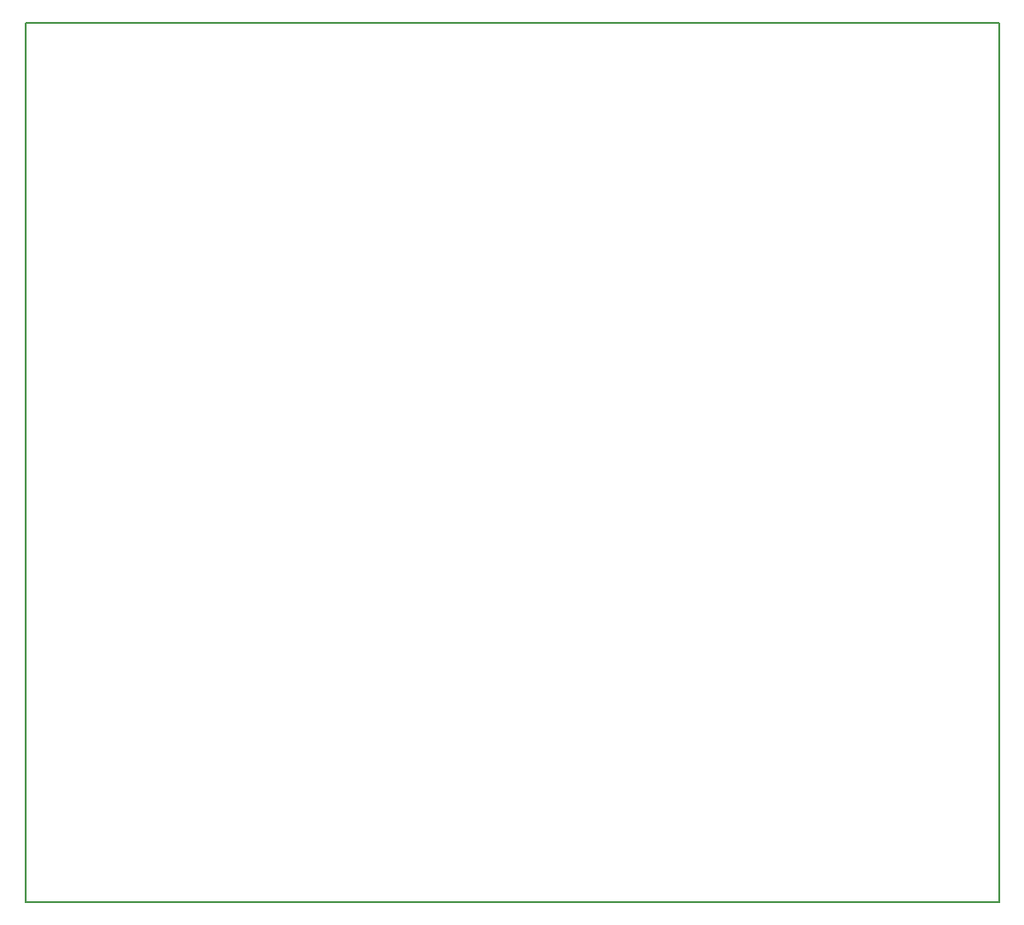
<source format=gbr>
%TF.GenerationSoftware,KiCad,Pcbnew,(6.0.11)*%
%TF.CreationDate,2023-03-14T15:00:17-04:00*%
%TF.ProjectId,RDNT_PCB,52444e54-5f50-4434-922e-6b696361645f,rev?*%
%TF.SameCoordinates,Original*%
%TF.FileFunction,Profile,NP*%
%FSLAX46Y46*%
G04 Gerber Fmt 4.6, Leading zero omitted, Abs format (unit mm)*
G04 Created by KiCad (PCBNEW (6.0.11)) date 2023-03-14 15:00:17*
%MOMM*%
%LPD*%
G01*
G04 APERTURE LIST*
%TA.AperFunction,Profile*%
%ADD10C,0.200000*%
%TD*%
G04 APERTURE END LIST*
D10*
X81280000Y-18796000D02*
X171196000Y-18796000D01*
X171196000Y-18796000D02*
X171196000Y-100076000D01*
X171196000Y-100076000D02*
X81280000Y-100076000D01*
X81280000Y-100076000D02*
X81280000Y-18796000D01*
M02*

</source>
